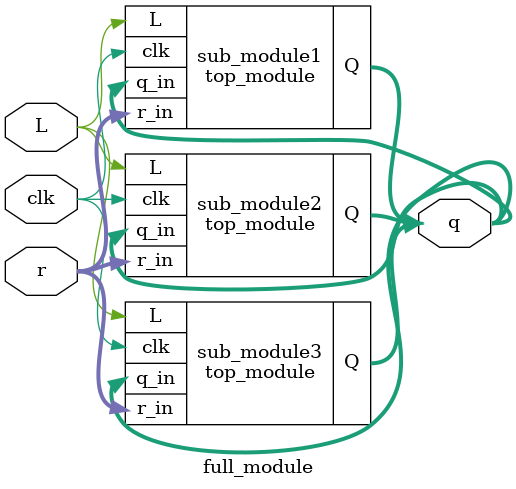
<source format=sv>
module top_module(
    input clk,
    input L,
    input [2:0] q_in,
    input [2:0] r_in,
    output reg [2:0] Q
);

    always @(posedge clk) begin
        if (L) begin
            Q <= r_in;
        end else begin
            Q <= {Q[1] ^ Q[2], Q[0], Q[2]};
        end
    end

endmodule
module full_module(
    input [2:0] r,
    input L,
    input clk,
    output reg [2:0] q
);

    top_module sub_module1 (
        .clk(clk),
        .L(L),
        .q_in(q),
        .r_in(r),
        .Q(q)
    );

    top_module sub_module2 (
        .clk(clk),
        .L(L),
        .q_in(q),
        .r_in(r),
        .Q(q)
    );

    top_module sub_module3 (
        .clk(clk),
        .L(L),
        .q_in(q),
        .r_in(r),
        .Q(q)
    );

endmodule

</source>
